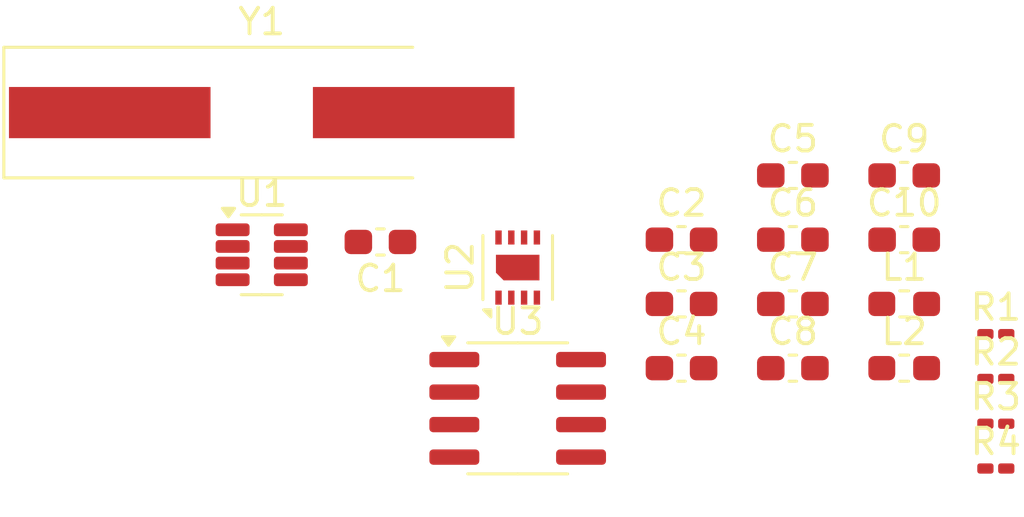
<source format=kicad_pcb>
(kicad_pcb (version 20240108) (generator "pcbnew") (generator_version "8.0")
  (layers (0 "F.Cu" signal) (31 "B.Cu" signal) (34 "B.Paste" user) (35 "F.Paste" user) (36 "B.SilkS" user "B.Silkscreen") (37 "F.SilkS" user "F.Silkscreen") (38 "B.Mask" user) (39 "F.Mask" user) (44 "Edge.Cuts" user))
  (net 0 "")
  (net 1 "GND")
  (net 2 "VCC")
  (net 3 "Net-(U1-PAOUT)")
  (net 4 "Net-(C5-Pad1)")
  (net 5 "Net-(C7-Pad1)")
  (net 6 "Net-(U2-SDA)")
  (net 7 "Net-(U2-SCL)")
  (net 8 "Net-(U1-DATA)")
  (net 9 "Net-(U2-~{RESET})")
  (net 10 "Net-(U1-Xtal1)")
  (net 11 "Net-(U1-Xtal2)")
  (net 13 "Net-(U2-ALERT)")
  (footprint "Sensor_Humidity:Sensirion_DFN-8-1EP_2.5x2.5mm_P0.5mm_EP1.1x1.7mm" (layer "F.Cu") (at 167 97 90)
    (property "Reference" "U2" (at 0 -2.25 90) (layer "F.SilkS"))
    (property "Value" "SHT30-DIS")
    (fp_line (start -1.25 -1.36) (end 1.25 -1.36) (stroke (width 0.12)) (layer "F.SilkS"))
    (fp_line (start -1.25 1.36) (end 1.25 1.36) (stroke (width 0.12)) (layer "F.SilkS"))
    (fp_poly (pts (xy -1.65 -1.05) (xy -1.93 -1.05) (xy -1.65 -1.33) (xy -1.65 -1.05)) (stroke (width 0.12)) (fill solid) (layer "F.SilkS"))
    (pad "1" smd rect (at -1.175 -0.75 90) (size 0.55 0.25) (layers "F.Cu" "F.Paste" "F.Mask") (net 6 "Net-(U2-SDA)"))
    (pad "2" smd rect (at -1.175 -0.25 90) (size 0.55 0.25) (layers "F.Cu" "F.Paste" "F.Mask") (net 1 "GND"))
    (pad "3" smd rect (at -1.175 0.25 90) (size 0.55 0.25) (layers "F.Cu" "F.Paste" "F.Mask") (net 13 "Net-(U2-ALERT)"))
    (pad "4" smd rect (at -1.175 0.75 270) (size 0.55 0.25) (layers "F.Cu" "F.Paste" "F.Mask") (net 7 "Net-(U2-SCL)"))
    (pad "5" smd rect (at 1.175 0.75 90) (size 0.55 0.25) (layers "F.Cu" "F.Paste" "F.Mask") (net 2 "VCC"))
    (pad "6" smd rect (at 1.175 0.25 90) (size 0.55 0.25) (layers "F.Cu" "F.Paste" "F.Mask") (net 9 "Net-(U2-~{RESET})"))
    (pad "7" smd rect (at 1.175 -0.25 90) (size 0.55 0.25) (layers "F.Cu" "F.Paste" "F.Mask"))
    (pad "8" smd rect (at 1.175 -0.75 90) (size 0.55 0.25) (layers "F.Cu" "F.Paste" "F.Mask") (net 1 "GND"))
    (pad "9" smd custom (at 0 0 90) (size 1 1) (layers "F.Cu" "F.Mask") (net 1 "GND") (options (clearance outline) (anchor circle)) (primitives (gr_poly (pts (xy 0.5 0.85) (xy -0.5 0.85) (xy -0.5 -0.55) (xy -0.2 -0.85) (xy 0.5 -0.85)) (width 0) (fill yes))))
  )
  (footprint "Capacitor_SMD:C_0603_1608Metric_Pad1.08x0.95mm_HandSolder" (layer "F.Cu") (at 182.1 95.91)
    (property "Reference" "C10" (at 0 -1.43 0) (layer "F.SilkS"))
    (property "Value" "100n")
    (fp_line (start -0.146267 -0.51) (end 0.146267 -0.51) (stroke (width 0.12)) (layer "F.SilkS"))
    (fp_line (start -0.146267 0.51) (end 0.146267 0.51) (stroke (width 0.12)) (layer "F.SilkS"))
    (pad "1" smd roundrect (at -0.8625 0) (size 1.075 0.95) (layers "F.Cu" "F.Paste" "F.Mask") (net 1 "GND"))
    (pad "2" smd roundrect (at 0.8625 0) (size 1.075 0.95) (layers "F.Cu" "F.Paste" "F.Mask") (net 2 "VCC"))
  )
  (footprint "Resistor_SMD:R_0201_0603Metric_Pad0.64x0.40mm_HandSolder" (layer "F.Cu") (at 185.68 99.6)
    (property "Reference" "R1" (at 0 -1.05 0) (layer "F.SilkS"))
    (property "Value" "R")
    (pad "1" smd roundrect (at -0.4075 0) (size 0.635 0.4) (layers "F.Cu" "F.Mask") (net 2 "VCC"))
    (pad "2" smd roundrect (at 0.4075 0) (size 0.635 0.4) (layers "F.Cu" "F.Mask") (net 6 "Net-(U2-SDA)"))
  )
  (footprint "Resistor_SMD:R_0201_0603Metric_Pad0.64x0.40mm_HandSolder" (layer "F.Cu") (at 185.68 101.35)
    (property "Reference" "R2" (at 0 -1.05 0) (layer "F.SilkS"))
    (property "Value" "R")
    (pad "1" smd roundrect (at -0.4075 0) (size 0.635 0.4) (layers "F.Cu" "F.Mask") (net 2 "VCC"))
    (pad "2" smd roundrect (at 0.4075 0) (size 0.635 0.4) (layers "F.Cu" "F.Mask") (net 7 "Net-(U2-SCL)"))
  )
  (footprint "Inductor_SMD:L_0603_1608Metric_Pad1.05x0.95mm_HandSolder" (layer "F.Cu") (at 182.1 98.42)
    (property "Reference" "L1" (at 0 -1.43 0) (layer "F.SilkS"))
    (property "Value" "L")
    (fp_line (start -0.171267 -0.51) (end 0.171267 -0.51) (stroke (width 0.12)) (layer "F.SilkS"))
    (fp_line (start -0.171267 0.51) (end 0.171267 0.51) (stroke (width 0.12)) (layer "F.SilkS"))
    (pad "1" smd roundrect (at -0.875 0) (size 1.05 0.95) (layers "F.Cu" "F.Paste" "F.Mask") (net 3 "Net-(U1-PAOUT)"))
    (pad "2" smd roundrect (at 0.875 0) (size 1.05 0.95) (layers "F.Cu" "F.Paste" "F.Mask") (net 2 "VCC"))
  )
  (footprint "Capacitor_SMD:C_0603_1608Metric_Pad1.08x0.95mm_HandSolder" (layer "F.Cu") (at 173.4 100.93)
    (property "Reference" "C4" (at 0 -1.43 0) (layer "F.SilkS"))
    (property "Value" "680pF")
    (fp_line (start -0.146267 -0.51) (end 0.146267 -0.51) (stroke (width 0.12)) (layer "F.SilkS"))
    (fp_line (start -0.146267 0.51) (end 0.146267 0.51) (stroke (width 0.12)) (layer "F.SilkS"))
    (pad "1" smd roundrect (at -0.8625 0) (size 1.075 0.95) (layers "F.Cu" "F.Paste" "F.Mask") (net 1 "GND"))
    (pad "2" smd roundrect (at 0.8625 0) (size 1.075 0.95) (layers "F.Cu" "F.Paste" "F.Mask") (net 2 "VCC"))
  )
  (footprint "Capacitor_SMD:C_0603_1608Metric_Pad1.08x0.95mm_HandSolder" (layer "F.Cu") (at 182.1 93.4)
    (property "Reference" "C9" (at 0 -1.43 0) (layer "F.SilkS"))
    (property "Value" "100n")
    (fp_line (start -0.146267 -0.51) (end 0.146267 -0.51) (stroke (width 0.12)) (layer "F.SilkS"))
    (fp_line (start -0.146267 0.51) (end 0.146267 0.51) (stroke (width 0.12)) (layer "F.SilkS"))
    (pad "1" smd roundrect (at -0.8625 0) (size 1.075 0.95) (layers "F.Cu" "F.Paste" "F.Mask") (net 1 "GND"))
    (pad "2" smd roundrect (at 0.8625 0) (size 1.075 0.95) (layers "F.Cu" "F.Paste" "F.Mask") (net 2 "VCC"))
  )
  (footprint "Capacitor_SMD:C_0603_1608Metric_Pad1.08x0.95mm_HandSolder" (layer "F.Cu") (at 177.75 100.93)
    (property "Reference" "C8" (at 0 -1.43 0) (layer "F.SilkS"))
    (property "Value" "100n")
    (fp_line (start -0.146267 -0.51) (end 0.146267 -0.51) (stroke (width 0.12)) (layer "F.SilkS"))
    (fp_line (start -0.146267 0.51) (end 0.146267 0.51) (stroke (width 0.12)) (layer "F.SilkS"))
    (pad "1" smd roundrect (at -0.8625 0) (size 1.075 0.95) (layers "F.Cu" "F.Paste" "F.Mask") (net 1 "GND"))
    (pad "2" smd roundrect (at 0.8625 0) (size 1.075 0.95) (layers "F.Cu" "F.Paste" "F.Mask") (net 2 "VCC"))
  )
  (footprint "Package_SO:SOIC-8_3.9x4.9mm_P1.27mm" (layer "F.Cu") (at 167 102.5)
    (property "Reference" "U3" (at 0 -3.4 0) (layer "F.SilkS"))
    (property "Value" "ATtiny412-SS")
    (fp_line (start 0 -2.56) (end -1.95 -2.56) (stroke (width 0.12)) (layer "F.SilkS"))
    (fp_line (start 0 -2.56) (end 1.95 -2.56) (stroke (width 0.12)) (layer "F.SilkS"))
    (fp_line (start 0 2.56) (end -1.95 2.56) (stroke (width 0.12)) (layer "F.SilkS"))
    (fp_line (start 0 2.56) (end 1.95 2.56) (stroke (width 0.12)) (layer "F.SilkS"))
    (fp_poly (pts (xy -2.7 -2.465) (xy -2.94 -2.795) (xy -2.46 -2.795) (xy -2.7 -2.465)) (stroke (width 0.12)) (fill solid) (layer "F.SilkS"))
    (pad "1" smd roundrect (at -2.475 -1.905) (size 1.95 0.6) (layers "F.Cu" "F.Paste" "F.Mask") (net 2 "VCC"))
    (pad "2" smd roundrect (at -2.475 -0.635) (size 1.95 0.6) (layers "F.Cu" "F.Paste" "F.Mask") (net 9 "Net-(U2-~{RESET})"))
    (pad "3" smd roundrect (at -2.475 0.635) (size 1.95 0.6) (layers "F.Cu" "F.Paste" "F.Mask") (net 8 "Net-(U1-DATA)"))
    (pad "4" smd roundrect (at -2.475 1.905) (size 1.95 0.6) (layers "F.Cu" "F.Paste" "F.Mask") (net 6 "Net-(U2-SDA)"))
    (pad "5" smd roundrect (at 2.475 1.905) (size 1.95 0.6) (layers "F.Cu" "F.Paste" "F.Mask") (net 7 "Net-(U2-SCL)"))
    (pad "6" smd roundrect (at 2.475 0.635) (size 1.95 0.6) (layers "F.Cu" "F.Paste" "F.Mask"))
    (pad "7" smd roundrect (at 2.475 -0.635) (size 1.95 0.6) (layers "F.Cu" "F.Paste" "F.Mask") (net 13 "Net-(U2-ALERT)"))
    (pad "8" smd roundrect (at 2.475 -1.905) (size 1.95 0.6) (layers "F.Cu" "F.Paste" "F.Mask") (net 1 "GND"))
  )
  (footprint "Resistor_SMD:R_0201_0603Metric_Pad0.64x0.40mm_HandSolder" (layer "F.Cu") (at 185.68 104.85)
    (property "Reference" "R4" (at 0 -1.05 0) (layer "F.SilkS"))
    (property "Value" "R")
    (pad "1" smd roundrect (at -0.4075 0) (size 0.635 0.4) (layers "F.Cu" "F.Mask") (net 9 "Net-(U2-~{RESET})"))
    (pad "2" smd roundrect (at 0.4075 0) (size 0.635 0.4) (layers "F.Cu" "F.Mask") (net 1 "GND"))
  )
  (footprint "Capacitor_SMD:C_0603_1608Metric_Pad1.08x0.95mm_HandSolder" (layer "F.Cu") (at 173.4 95.91)
    (property "Reference" "C2" (at 0 -1.43 0) (layer "F.SilkS"))
    (property "Value" "100n")
    (fp_line (start -0.146267 -0.51) (end 0.146267 -0.51) (stroke (width 0.12)) (layer "F.SilkS"))
    (fp_line (start -0.146267 0.51) (end 0.146267 0.51) (stroke (width 0.12)) (layer "F.SilkS"))
    (pad "1" smd roundrect (at -0.8625 0) (size 1.075 0.95) (layers "F.Cu" "F.Paste" "F.Mask") (net 1 "GND"))
    (pad "2" smd roundrect (at 0.8625 0) (size 1.075 0.95) (layers "F.Cu" "F.Paste" "F.Mask") (net 2 "VCC"))
  )
  (footprint "Package_TO_SOT_SMD:SOT-23-8" (layer "F.Cu") (at 157 96.5)
    (property "Reference" "U1" (at 0 -2.4 0) (layer "F.SilkS"))
    (property "Value" "~")
    (fp_line (start 0 -1.56) (end -0.8 -1.56) (stroke (width 0.12)) (layer "F.SilkS"))
    (fp_line (start 0 -1.56) (end 0.8 -1.56) (stroke (width 0.12)) (layer "F.SilkS"))
    (fp_line (start 0 1.56) (end -0.8 1.56) (stroke (width 0.12)) (layer "F.SilkS"))
    (fp_line (start 0 1.56) (end 0.8 1.56) (stroke (width 0.12)) (layer "F.SilkS"))
    (fp_poly (pts (xy -1.3 -1.485) (xy -1.54 -1.815) (xy -1.06 -1.815) (xy -1.3 -1.485)) (stroke (width 0.12)) (fill solid) (layer "F.SilkS"))
    (pad "1" smd roundrect (at -1.1375 -0.975) (size 1.325 0.5) (layers "F.Cu" "F.Paste" "F.Mask") (net 10 "Net-(U1-Xtal1)"))
    (pad "2" smd roundrect (at -1.1375 -0.325) (size 1.325 0.5) (layers "F.Cu" "F.Paste" "F.Mask") (net 1 "GND"))
    (pad "3" smd roundrect (at -1.1375 0.325) (size 1.325 0.5) (layers "F.Cu" "F.Paste" "F.Mask") (net 1 "GND"))
    (pad "4" smd roundrect (at -1.1375 0.975) (size 1.325 0.5) (layers "F.Cu" "F.Paste" "F.Mask") (net 3 "Net-(U1-PAOUT)"))
    (pad "5" smd roundrect (at 1.1375 0.975) (size 1.325 0.5) (layers "F.Cu" "F.Paste" "F.Mask"))
    (pad "6" smd roundrect (at 1.1375 0.325) (size 1.325 0.5) (layers "F.Cu" "F.Paste" "F.Mask") (net 8 "Net-(U1-DATA)"))
    (pad "7" smd roundrect (at 1.1375 -0.325) (size 1.325 0.5) (layers "F.Cu" "F.Paste" "F.Mask") (net 2 "VCC"))
    (pad "8" smd roundrect (at 1.1375 -0.975) (size 1.325 0.5) (layers "F.Cu" "F.Paste" "F.Mask") (net 11 "Net-(U1-Xtal2)"))
  )
  (footprint "Inductor_SMD:L_0603_1608Metric_Pad1.05x0.95mm_HandSolder" (layer "F.Cu") (at 182.1 100.93)
    (property "Reference" "L2" (at 0 -1.43 0) (layer "F.SilkS"))
    (property "Value" "L")
    (fp_line (start -0.171267 -0.51) (end 0.171267 -0.51) (stroke (width 0.12)) (layer "F.SilkS"))
    (fp_line (start -0.171267 0.51) (end 0.171267 0.51) (stroke (width 0.12)) (layer "F.SilkS"))
    (pad "1" smd roundrect (at -0.875 0) (size 1.05 0.95) (layers "F.Cu" "F.Paste" "F.Mask") (net 5 "Net-(C7-Pad1)"))
    (pad "2" smd roundrect (at 0.875 0) (size 1.05 0.95) (layers "F.Cu" "F.Paste" "F.Mask") (net 4 "Net-(C5-Pad1)"))
  )
  (footprint "Capacitor_SMD:C_0603_1608Metric_Pad1.08x0.95mm_HandSolder" (layer "F.Cu") (at 177.75 95.91)
    (property "Reference" "C6" (at 0 -1.43 0) (layer "F.SilkS"))
    (property "Value" "100n")
    (fp_line (start -0.146267 -0.51) (end 0.146267 -0.51) (stroke (width 0.12)) (layer "F.SilkS"))
    (fp_line (start -0.146267 0.51) (end 0.146267 0.51) (stroke (width 0.12)) (layer "F.SilkS"))
    (pad "1" smd roundrect (at -0.8625 0) (size 1.075 0.95) (layers "F.Cu" "F.Paste" "F.Mask") (net 4 "Net-(C5-Pad1)"))
    (pad "2" smd roundrect (at 0.8625 0) (size 1.075 0.95) (layers "F.Cu" "F.Paste" "F.Mask") (net 1 "GND"))
  )
  (footprint "Capacitor_SMD:C_0603_1608Metric_Pad1.08x0.95mm_HandSolder" (layer "F.Cu") (at 161.6375 96 180)
    (property "Reference" "C1" (at 0 -1.43 360) (layer "F.SilkS"))
    (property "Value" "100n")
    (fp_line (start -0.146267 0.51) (end 0.146267 0.51) (stroke (width 0.12)) (layer "F.SilkS"))
    (fp_line (start -0.146267 -0.51) (end 0.146267 -0.51) (stroke (width 0.12)) (layer "F.SilkS"))
    (pad "1" smd roundrect (at -0.8625 0 180) (size 1.075 0.95) (layers "F.Cu" "F.Paste" "F.Mask") (net 1 "GND"))
    (pad "2" smd roundrect (at 0.8625 0 180) (size 1.075 0.95) (layers "F.Cu" "F.Paste" "F.Mask") (net 2 "VCC"))
  )
  (footprint "Crystal:Crystal_SMD_HC49-SD_HandSoldering" (layer "F.Cu") (at 157 90.945)
    (property "Reference" "Y1" (at 0 -3.55 0) (layer "F.SilkS"))
    (property "Value" "Crystal")
    (fp_line (start -10.075 -2.55) (end -10.075 2.55) (stroke (width 0.12)) (layer "F.SilkS"))
    (fp_line (start -10.075 2.55) (end 5.9 2.55) (stroke (width 0.12)) (layer "F.SilkS"))
    (fp_line (start 5.9 -2.55) (end -10.075 -2.55) (stroke (width 0.12)) (layer "F.SilkS"))
    (pad "1" smd rect (at -5.9375 0) (size 7.875 2) (layers "F.Cu" "F.Paste" "F.Mask") (net 10 "Net-(U1-Xtal1)"))
    (pad "2" smd rect (at 5.9375 0) (size 7.875 2) (layers "F.Cu" "F.Paste" "F.Mask") (net 11 "Net-(U1-Xtal2)"))
  )
  (footprint "Resistor_SMD:R_0201_0603Metric_Pad0.64x0.40mm_HandSolder" (layer "F.Cu") (at 185.68 103.1)
    (property "Reference" "R3" (at 0 -1.05 0) (layer "F.SilkS"))
    (property "Value" "R")
    (pad "1" smd roundrect (at -0.4075 0) (size 0.635 0.4) (layers "F.Cu" "F.Mask") (net 8 "Net-(U1-DATA)"))
    (pad "2" smd roundrect (at 0.4075 0) (size 0.635 0.4) (layers "F.Cu" "F.Mask") (net 1 "GND"))
  )
  (footprint "Capacitor_SMD:C_0603_1608Metric_Pad1.08x0.95mm_HandSolder" (layer "F.Cu") (at 173.4 98.42)
    (property "Reference" "C3" (at 0 -1.43 0) (layer "F.SilkS"))
    (property "Value" "220pF")
    (fp_line (start -0.146267 -0.51) (end 0.146267 -0.51) (stroke (width 0.12)) (layer "F.SilkS"))
    (fp_line (start -0.146267 0.51) (end 0.146267 0.51) (stroke (width 0.12)) (layer "F.SilkS"))
    (pad "1" smd roundrect (at -0.8625 0) (size 1.075 0.95) (layers "F.Cu" "F.Paste" "F.Mask") (net 1 "GND"))
    (pad "2" smd roundrect (at 0.8625 0) (size 1.075 0.95) (layers "F.Cu" "F.Paste" "F.Mask") (net 2 "VCC"))
  )
  (footprint "Capacitor_SMD:C_0603_1608Metric_Pad1.08x0.95mm_HandSolder" (layer "F.Cu") (at 177.75 98.42)
    (property "Reference" "C7" (at 0 -1.43 0) (layer "F.SilkS"))
    (property "Value" "100n")
    (fp_line (start -0.146267 -0.51) (end 0.146267 -0.51) (stroke (width 0.12)) (layer "F.SilkS"))
    (fp_line (start -0.146267 0.51) (end 0.146267 0.51) (stroke (width 0.12)) (layer "F.SilkS"))
    (pad "1" smd roundrect (at -0.8625 0) (size 1.075 0.95) (layers "F.Cu" "F.Paste" "F.Mask") (net 5 "Net-(C7-Pad1)"))
    (pad "2" smd roundrect (at 0.8625 0) (size 1.075 0.95) (layers "F.Cu" "F.Paste" "F.Mask") (net 1 "GND"))
  )
  (footprint "Capacitor_SMD:C_0603_1608Metric_Pad1.08x0.95mm_HandSolder" (layer "F.Cu") (at 177.75 93.4)
    (property "Reference" "C5" (at 0 -1.43 0) (layer "F.SilkS"))
    (property "Value" "100n")
    (fp_line (start -0.146267 -0.51) (end 0.146267 -0.51) (stroke (width 0.12)) (layer "F.SilkS"))
    (fp_line (start -0.146267 0.51) (end 0.146267 0.51) (stroke (width 0.12)) (layer "F.SilkS"))
    (pad "1" smd roundrect (at -0.8625 0) (size 1.075 0.95) (layers "F.Cu" "F.Paste" "F.Mask") (net 4 "Net-(C5-Pad1)"))
    (pad "2" smd roundrect (at 0.8625 0) (size 1.075 0.95) (layers "F.Cu" "F.Paste" "F.Mask") (net 3 "Net-(U1-PAOUT)"))
  )
)
</source>
